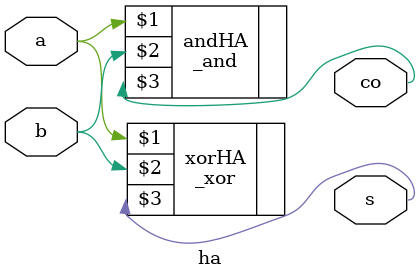
<source format=v>
module ha(a, b, co, s); //Half Adder Module
	
	input a, b; //set input
	output co, s; //set output
	wire andforco, xorfors; //for data transfer
	
	_and andHA(a,b,co); //Cout = A and B
	_xor xorHA(a,b,s); //Sum = A xor B
	
endmodule

</source>
